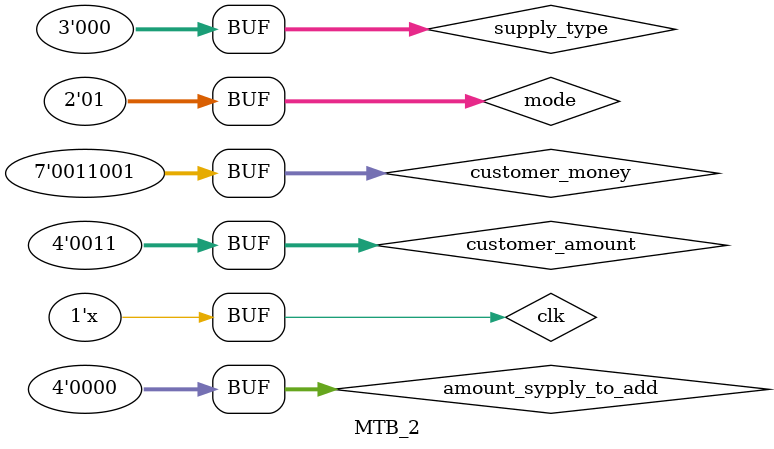
<source format=v>
`timescale 1ns / 1ps


module MTB_2;

	// Inputs
	reg [1:0] mode;
	reg clk;
	reg [6:0] customer_money;
	reg [2:0] supply_type;
	reg [3:0] customer_amount;
	reg [3:0] amount_sypply_to_add;

	// Outputs
	wire error;

	// Instantiate the Unit Under Test (UUT)
	Main uut (
		.mode(mode), 
		.clk(clk), 
		.customer_money(customer_money), 
		.supply_type(supply_type), 
		.customer_amount(customer_amount), 
		.amount_sypply_to_add(amount_sypply_to_add), 
		.error(error)
	);
	
	always #20 clk = ~clk;

	initial begin
		// Initialize Inputs
		mode = 1;
		clk = 0;
		customer_money = 20;
		supply_type = 3;
		customer_amount = 1;
		amount_sypply_to_add = 0;

		// Wait 100 ns for global reset to finish
		#100;
		
		mode = 1;
		customer_money = 25;
		supply_type = 0;
		customer_amount = 3;

        
		// Add stimulus here

	end
      
endmodule


</source>
